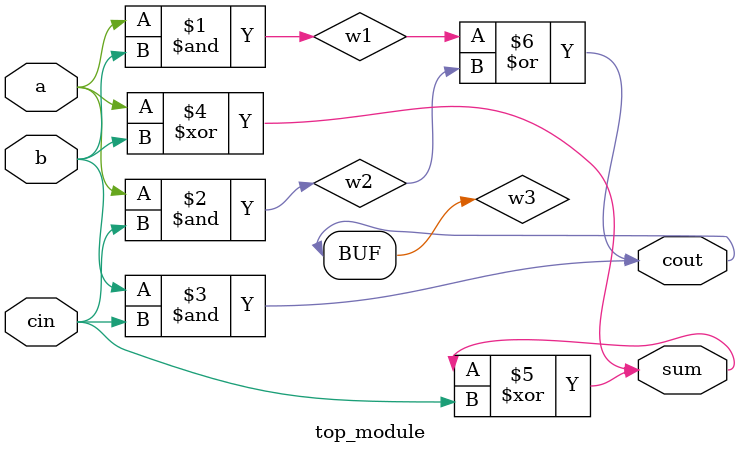
<source format=sv>
module top_module (
	input a,
	input b,
	input cin,
	output cout,
	output sum
);

wire w1, w2, w3;

and gate_a(w1, a, b);
and gate_b(w2, a, cin);
and gate_c(w3, b, cin);

xor xor1(sum, a, b);
xor xor2(sum, sum, cin);

or or1(cout, w1, w2);
or or2(cout, w3);

endmodule

</source>
